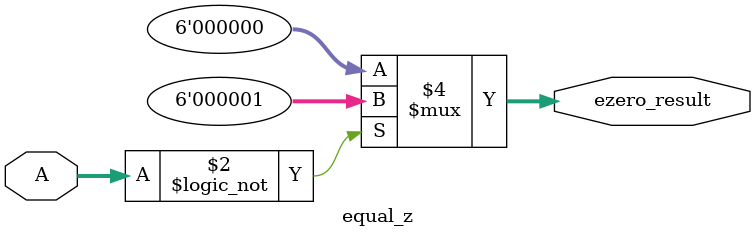
<source format=sv>
module equal_z(input logic [5:0] A, output logic [5:0] ezero_result);
	always_comb
	begin 
		if(A==0)
			ezero_result <= 6'd1;
		else 
			ezero_result <= 6'd0;
	end 
endmodule
</source>
